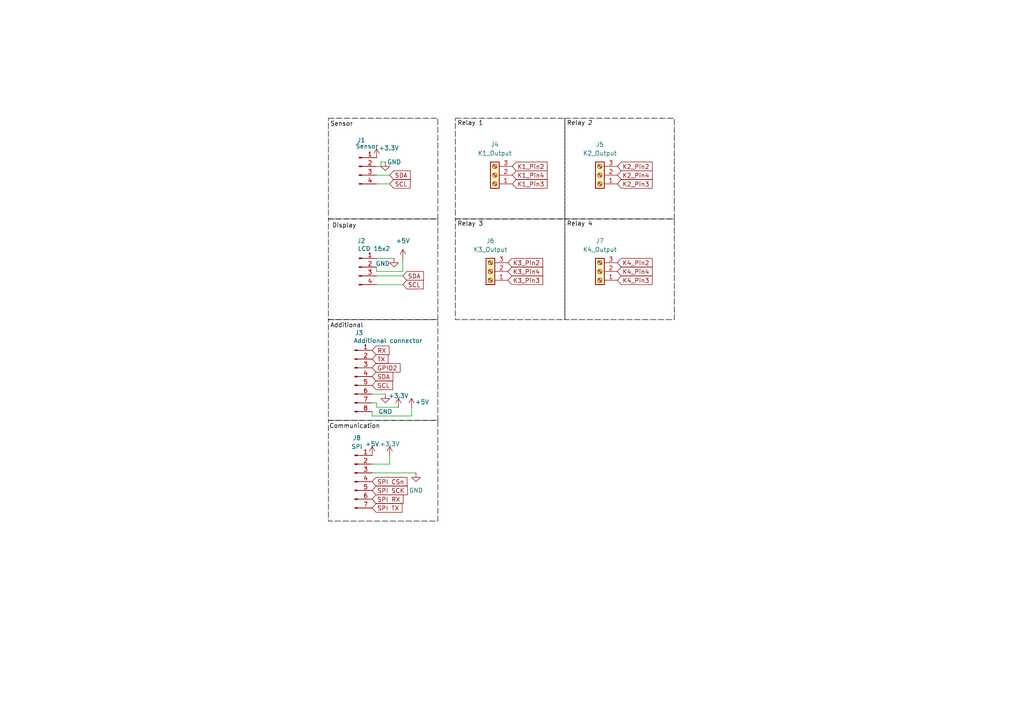
<source format=kicad_sch>
(kicad_sch (version 20250114) (generator "eeschema") (generator_version "9.0")
  (paper "A4")
  (title_block (title "Raspberry Pi Pico Logger - Connectors") (date "2025-06-21") (rev "2.0") (company "Creator: Piotr Kłyś"))
  (lib_symbols
    (symbol "Connector:Conn_01x04_Pin" (pin_names (offset 1.016) (hide yes))
      (property "Reference" "J" (at 0 5.08 0))
      (property "Value" "Conn_01x04_Pin" (at 0 -7.62 0))
      (symbol "Conn_01x04_Pin_1_1"
        (rectangle (start 0.8636 2.667) (end 0 2.413) (stroke (width 0.1524)) (fill (type outline)))
        (rectangle (start 0.8636 0.127) (end 0 -0.127) (stroke (width 0.1524)) (fill (type outline)))
        (rectangle (start 0.8636 -2.413) (end 0 -2.667) (stroke (width 0.1524)) (fill (type outline)))
        (rectangle (start 0.8636 -4.953) (end 0 -5.207) (stroke (width 0.1524)) (fill (type outline)))
        (polyline (pts (xy 1.27 2.54) (xy 0.8636 2.54)) (stroke (width 0.1524)))
        (polyline (pts (xy 1.27 0) (xy 0.8636 0)) (stroke (width 0.1524)))
        (polyline (pts (xy 1.27 -2.54) (xy 0.8636 -2.54)) (stroke (width 0.1524)))
        (polyline (pts (xy 1.27 -5.08) (xy 0.8636 -5.08)) (stroke (width 0.1524)))
        (pin passive line (at 5.08 2.54 180) (length 3.81) (name "Pin_1") (number "1"))
        (pin passive line (at 5.08 0 180) (length 3.81) (name "Pin_2") (number "2"))
        (pin passive line (at 5.08 -2.54 180) (length 3.81) (name "Pin_3") (number "3"))
        (pin passive line (at 5.08 -5.08 180) (length 3.81) (name "Pin_4") (number "4"))
      )
    )
    (symbol "Connector:Conn_01x07_Pin" (pin_names (offset 1.016) (hide yes))
      (property "Reference" "J" (at 0 10.16 0))
      (property "Value" "Conn_01x07_Pin" (at 0 -10.16 0))
      (symbol "Conn_01x07_Pin_1_1"
        (rectangle (start 0.8636 7.747) (end 0 7.493) (stroke (width 0.1524)) (fill (type outline)))
        (rectangle (start 0.8636 5.207) (end 0 4.953) (stroke (width 0.1524)) (fill (type outline)))
        (rectangle (start 0.8636 2.667) (end 0 2.413) (stroke (width 0.1524)) (fill (type outline)))
        (rectangle (start 0.8636 0.127) (end 0 -0.127) (stroke (width 0.1524)) (fill (type outline)))
        (rectangle (start 0.8636 -2.413) (end 0 -2.667) (stroke (width 0.1524)) (fill (type outline)))
        (rectangle (start 0.8636 -4.953) (end 0 -5.207) (stroke (width 0.1524)) (fill (type outline)))
        (rectangle (start 0.8636 -7.493) (end 0 -7.747) (stroke (width 0.1524)) (fill (type outline)))
        (polyline (pts (xy 1.27 7.62) (xy 0.8636 7.62)) (stroke (width 0.1524)))
        (polyline (pts (xy 1.27 5.08) (xy 0.8636 5.08)) (stroke (width 0.1524)))
        (polyline (pts (xy 1.27 2.54) (xy 0.8636 2.54)) (stroke (width 0.1524)))
        (polyline (pts (xy 1.27 0) (xy 0.8636 0)) (stroke (width 0.1524)))
        (polyline (pts (xy 1.27 -2.54) (xy 0.8636 -2.54)) (stroke (width 0.1524)))
        (polyline (pts (xy 1.27 -5.08) (xy 0.8636 -5.08)) (stroke (width 0.1524)))
        (polyline (pts (xy 1.27 -7.62) (xy 0.8636 -7.62)) (stroke (width 0.1524)))
        (pin passive line (at 5.08 7.62 180) (length 3.81) (name "Pin_1") (number "1"))
        (pin passive line (at 5.08 5.08 180) (length 3.81) (name "Pin_2") (number "2"))
        (pin passive line (at 5.08 2.54 180) (length 3.81) (name "Pin_3") (number "3"))
        (pin passive line (at 5.08 0 180) (length 3.81) (name "Pin_4") (number "4"))
        (pin passive line (at 5.08 -2.54 180) (length 3.81) (name "Pin_5") (number "5"))
        (pin passive line (at 5.08 -5.08 180) (length 3.81) (name "Pin_6") (number "6"))
        (pin passive line (at 5.08 -7.62 180) (length 3.81) (name "Pin_7") (number "7"))
      )
    )
    (symbol "Connector:Conn_01x08_Pin" (pin_names (offset 1.016) (hide yes))
      (property "Reference" "J" (at 0 10.16 0))
      (property "Value" "Conn_01x08_Pin" (at 0 -12.7 0))
      (symbol "Conn_01x08_Pin_1_1"
        (rectangle (start 0.8636 7.747) (end 0 7.493) (stroke (width 0.1524)) (fill (type outline)))
        (rectangle (start 0.8636 5.207) (end 0 4.953) (stroke (width 0.1524)) (fill (type outline)))
        (rectangle (start 0.8636 2.667) (end 0 2.413) (stroke (width 0.1524)) (fill (type outline)))
        (rectangle (start 0.8636 0.127) (end 0 -0.127) (stroke (width 0.1524)) (fill (type outline)))
        (rectangle (start 0.8636 -2.413) (end 0 -2.667) (stroke (width 0.1524)) (fill (type outline)))
        (rectangle (start 0.8636 -4.953) (end 0 -5.207) (stroke (width 0.1524)) (fill (type outline)))
        (rectangle (start 0.8636 -7.493) (end 0 -7.747) (stroke (width 0.1524)) (fill (type outline)))
        (rectangle (start 0.8636 -10.033) (end 0 -10.287) (stroke (width 0.1524)) (fill (type outline)))
        (polyline (pts (xy 1.27 7.62) (xy 0.8636 7.62)) (stroke (width 0.1524)))
        (polyline (pts (xy 1.27 5.08) (xy 0.8636 5.08)) (stroke (width 0.1524)))
        (polyline (pts (xy 1.27 2.54) (xy 0.8636 2.54)) (stroke (width 0.1524)))
        (polyline (pts (xy 1.27 0) (xy 0.8636 0)) (stroke (width 0.1524)))
        (polyline (pts (xy 1.27 -2.54) (xy 0.8636 -2.54)) (stroke (width 0.1524)))
        (polyline (pts (xy 1.27 -5.08) (xy 0.8636 -5.08)) (stroke (width 0.1524)))
        (polyline (pts (xy 1.27 -7.62) (xy 0.8636 -7.62)) (stroke (width 0.1524)))
        (polyline (pts (xy 1.27 -10.16) (xy 0.8636 -10.16)) (stroke (width 0.1524)))
        (pin passive line (at 5.08 7.62 180) (length 3.81) (name "Pin_1") (number "1"))
        (pin passive line (at 5.08 5.08 180) (length 3.81) (name "Pin_2") (number "2"))
        (pin passive line (at 5.08 2.54 180) (length 3.81) (name "Pin_3") (number "3"))
        (pin passive line (at 5.08 0 180) (length 3.81) (name "Pin_4") (number "4"))
        (pin passive line (at 5.08 -2.54 180) (length 3.81) (name "Pin_5") (number "5"))
        (pin passive line (at 5.08 -5.08 180) (length 3.81) (name "Pin_6") (number "6"))
        (pin passive line (at 5.08 -7.62 180) (length 3.81) (name "Pin_7") (number "7"))
        (pin passive line (at 5.08 -10.16 180) (length 3.81) (name "Pin_8") (number "8"))
      )
    )
    (symbol "Connector:Screw_Terminal_01x03" (pin_names (offset 1.016) (hide yes))
      (property "Reference" "J" (at 0 5.08 0))
      (property "Value" "Screw_Terminal_01x03" (at 0 -5.08 0))
      (symbol "Screw_Terminal_01x03_1_1"
        (rectangle (start -1.27 3.81) (end 1.27 -3.81) (stroke (width 0.254)) (fill (type background)))
        (polyline (pts (xy -0.5334 2.8702) (xy 0.3302 2.032)) (stroke (width 0.1524)))
        (polyline (pts (xy -0.5334 0.3302) (xy 0.3302 -0.508)) (stroke (width 0.1524)))
        (polyline (pts (xy -0.5334 -2.2098) (xy 0.3302 -3.048)) (stroke (width 0.1524)))
        (polyline (pts (xy -0.3556 3.048) (xy 0.508 2.2098)) (stroke (width 0.1524)))
        (polyline (pts (xy -0.3556 0.508) (xy 0.508 -0.3302)) (stroke (width 0.1524)))
        (polyline (pts (xy -0.3556 -2.032) (xy 0.508 -2.8702)) (stroke (width 0.1524)))
        (circle (center 0 2.54) (radius 0.635) (stroke (width 0.1524)))
        (circle (center 0 0) (radius 0.635) (stroke (width 0.1524)))
        (circle (center 0 -2.54) (radius 0.635) (stroke (width 0.1524)))
        (pin passive line (at -5.08 2.54 0) (length 3.81) (name "Pin_1") (number "1"))
        (pin passive line (at -5.08 0 0) (length 3.81) (name "Pin_2") (number "2"))
        (pin passive line (at -5.08 -2.54 0) (length 3.81) (name "Pin_3") (number "3"))
      )
    )
    (symbol "power:+3.3V" (power) (pin_numbers (hide yes)) (pin_names (offset 0) (hide yes))
      (property "Value" "+3.3V" (at 0 3.556 0))
      (symbol "+3.3V_0_1"
        (polyline (pts (xy -0.762 1.27) (xy 0 2.54)))
        (polyline (pts (xy 0 2.54) (xy 0.762 1.27)))
        (polyline (pts (xy 0 0) (xy 0 2.54)))
      )
      (symbol "+3.3V_1_1"
        (pin power_in line (at 0 0 90) (length 0) (name "~") (number "1"))
      )
    )
    (symbol "power:+5V" (power) (pin_numbers (hide yes)) (pin_names (offset 0) (hide yes))
      (property "Value" "+5V" (at 0 3.556 0))
      (symbol "+5V_0_1"
        (polyline (pts (xy -0.762 1.27) (xy 0 2.54)))
        (polyline (pts (xy 0 2.54) (xy 0.762 1.27)))
        (polyline (pts (xy 0 0) (xy 0 2.54)))
      )
      (symbol "+5V_1_1"
        (pin power_in line (at 0 0 90) (length 0) (name "~") (number "1"))
      )
    )
    (symbol "power:GND" (power) (pin_numbers (hide yes)) (pin_names (offset 0) (hide yes))
      (property "Value" "GND" (at 0 -3.81 0))
      (symbol "GND_0_1"
        (polyline (pts (xy 0 0) (xy 0 -1.27) (xy 1.27 -1.27) (xy 0 -2.54) (xy -1.27 -1.27) (xy 0 -1.27)))
      )
      (symbol "GND_1_1"
        (pin power_in line (at 0 0 270) (length 0) (name "~") (number "1"))
      )
    )
  )
  (rectangle (start 95.25 92.71) (end 127 121.92) (stroke (width 0) (type dash) (color 0 0 0 1)))
  (rectangle (start 132.08 63.5) (end 163.83 92.71) (stroke (width 0) (type dash) (color 0 0 0 1)))
  (rectangle (start 95.25 63.5) (end 127 92.71) (stroke (width 0) (type dash) (color 0 0 0 1)))
  (rectangle (start 163.83 63.5) (end 195.58 92.71) (stroke (width 0) (type dash) (color 0 0 0 1)))
  (rectangle (start 163.83 34.29) (end 195.58 63.5) (stroke (width 0) (type dash) (color 0 0 0 1)))
  (rectangle (start 132.08 34.29) (end 163.83 63.5) (stroke (width 0) (type dash) (color 0 0 0 1)))
  (rectangle (start 95.25 121.92) (end 127 151.13) (stroke (width 0) (type dash) (color 0 0 0 1)))
  (rectangle (start 95.25 34.29) (end 127 63.5) (stroke (width 0) (type dash) (color 0 0 0 1)))
  (text "Sensor " (at 99.568 36.068 0) (effects (font (size 1.27 1.27))))
  (text "Relay 2" (at 168.148 35.814 0) (effects (font (size 1.27 1.27))))
  (text "Relay 1" (at 136.398 35.814 0) (effects (font (size 1.27 1.27))))
  (text "Relay 3" (at 136.398 65.024 0) (effects (font (size 1.27 1.27))))
  (text "Communication" (at 102.87 123.698 0) (effects (font (size 1.27 1.27))))
  (text "Relay 4" (at 168.148 65.024 0) (effects (font (size 1.27 1.27))))
  (text "Additional" (at 100.584 94.488 0) (effects (font (size 1.27 1.27))))
  (text "Display" (at 99.822 65.532 0) (effects (font (size 1.27 1.27))))
  (wire (pts (xy 109.22 118.11) (xy 109.22 116.84)))
  (wire (pts (xy 109.22 78.74) (xy 109.22 77.47)))
  (wire (pts (xy 119.38 120.65) (xy 107.95 120.65)))
  (wire (pts (xy 107.95 114.3) (xy 111.76 114.3)))
  (wire (pts (xy 109.22 74.93) (xy 114.3 74.93)))
  (wire (pts (xy 109.22 80.01) (xy 116.84 80.01)))
  (wire (pts (xy 115.57 118.11) (xy 109.22 118.11)))
  (wire (pts (xy 109.22 78.74) (xy 116.84 78.74)))
  (wire (pts (xy 110.49 48.26) (xy 109.22 48.26)))
  (wire (pts (xy 113.03 132.08) (xy 113.03 134.62)))
  (wire (pts (xy 110.49 46.99) (xy 111.76 46.99)))
  (wire (pts (xy 109.22 50.8) (xy 113.03 50.8)))
  (wire (pts (xy 107.95 116.84) (xy 109.22 116.84)))
  (wire (pts (xy 110.49 46.99) (xy 110.49 48.26)))
  (wire (pts (xy 119.38 118.11) (xy 119.38 120.65)))
  (wire (pts (xy 107.95 134.62) (xy 113.03 134.62)))
  (wire (pts (xy 107.95 137.16) (xy 120.65 137.16)))
  (wire (pts (xy 107.95 120.65) (xy 107.95 119.38)))
  (wire (pts (xy 109.22 53.34) (xy 113.03 53.34)))
  (wire (pts (xy 109.22 82.55) (xy 116.84 82.55)))
  (wire (pts (xy 116.84 74.93) (xy 116.84 78.74)))
  (global_label "SDA" (shape input) (at 107.95 109.22 0) (property "Intersheetrefs" "${INTERSHEET_REFS}" (effects (hide yes))))
  (global_label "TX" (shape input) (at 107.95 104.14 0) (property "Intersheetrefs" "${INTERSHEET_REFS}" (effects (hide yes))))
  (global_label "K4_Pin4" (shape input) (at 179.07 78.74 0) (property "Intersheetrefs" "${INTERSHEET_REFS}" (effects (hide yes))))
  (global_label "K2_Pin4" (shape input) (at 179.07 50.8 0) (property "Intersheetrefs" "${INTERSHEET_REFS}" (effects (hide yes))))
  (global_label "K3_Pin3" (shape input) (at 147.32 81.28 0) (property "Intersheetrefs" "${INTERSHEET_REFS}" (effects (hide yes))))
  (global_label "SDA" (shape input) (at 116.84 80.01 0) (property "Intersheetrefs" "${INTERSHEET_REFS}" (effects (hide yes))))
  (global_label "K2_Pin2" (shape input) (at 179.07 48.26 0) (property "Intersheetrefs" "${INTERSHEET_REFS}" (effects (hide yes))))
  (global_label "SCL" (shape input) (at 113.03 53.34 0) (property "Intersheetrefs" "${INTERSHEET_REFS}" (effects (hide yes))))
  (global_label "SDA" (shape input) (at 113.03 50.8 0) (property "Intersheetrefs" "${INTERSHEET_REFS}" (effects (hide yes))))
  (global_label "K3_Pin4" (shape input) (at 147.32 78.74 0) (property "Intersheetrefs" "${INTERSHEET_REFS}" (effects (hide yes))))
  (global_label "SPI TX" (shape input) (at 107.95 147.32 0) (property "Intersheetrefs" "${INTERSHEET_REFS}" (effects (hide yes))))
  (global_label "RX" (shape input) (at 107.95 101.6 0) (property "Intersheetrefs" "${INTERSHEET_REFS}" (effects (hide yes))))
  (global_label "K1_Pin2" (shape input) (at 148.59 48.26 0) (property "Intersheetrefs" "${INTERSHEET_REFS}" (effects (hide yes))))
  (global_label "K3_Pin2" (shape input) (at 147.32 76.2 0) (property "Intersheetrefs" "${INTERSHEET_REFS}" (effects (hide yes))))
  (global_label "K4_Pin2" (shape input) (at 179.07 76.2 0) (property "Intersheetrefs" "${INTERSHEET_REFS}" (effects (hide yes))))
  (global_label "SPI SCK" (shape input) (at 107.95 142.24 0) (property "Intersheetrefs" "${INTERSHEET_REFS}" (effects (hide yes))))
  (global_label "K1_Pin4" (shape input) (at 148.59 50.8 0) (property "Intersheetrefs" "${INTERSHEET_REFS}" (effects (hide yes))))
  (global_label "K4_Pin3" (shape input) (at 179.07 81.28 0) (property "Intersheetrefs" "${INTERSHEET_REFS}" (effects (hide yes))))
  (global_label "SPI CSn" (shape input) (at 107.95 139.7 0) (property "Intersheetrefs" "${INTERSHEET_REFS}" (effects (hide yes))))
  (global_label "K1_Pin3" (shape input) (at 148.59 53.34 0) (property "Intersheetrefs" "${INTERSHEET_REFS}" (effects (hide yes))))
  (global_label "SCL" (shape input) (at 116.84 82.55 0) (property "Intersheetrefs" "${INTERSHEET_REFS}" (effects (hide yes))))
  (global_label "SCL" (shape input) (at 107.95 111.76 0) (property "Intersheetrefs" "${INTERSHEET_REFS}" (effects (hide yes))))
  (global_label "GPIO2" (shape input) (at 107.95 106.68 0) (property "Intersheetrefs" "${INTERSHEET_REFS}" (effects (hide yes))))
  (global_label "SPI RX" (shape input) (at 107.95 144.78 0) (property "Intersheetrefs" "${INTERSHEET_REFS}" (effects (hide yes))))
  (global_label "K2_Pin3" (shape input) (at 179.07 53.34 0) (property "Intersheetrefs" "${INTERSHEET_REFS}" (effects (hide yes))))
  (symbol (lib_id "Connector:Conn_01x08_Pin") (at 102.87 109.22 0) (unit 1)
    (property "Reference" "J3" (at 104.14 96.52 0))
    (property "Value" "Additional connector" (at 112.522 98.806 0))
    (property "Footprint" "Connector_PinHeader_2.54mm:PinHeader_1x08_P2.54mm_Horizontal" (effects (hide yes)))
    (property "Description" "Generic connector, single row, 01x08, script generated" (effects (hide yes)))
  )
  (symbol (lib_id "power:+5V") (at 119.38 118.11 0) (unit 1)
    (property "Reference" "#PWR017" (effects (hide yes)))
    (property "Value" "+5V" (at 122.428 116.586 0))
    (property "Description" "Power symbol creates a global label with name \"+5V\"" (effects (hide yes)))
  )
  (symbol (lib_id "Connector:Conn_01x04_Pin") (at 104.14 77.47 0) (unit 1)
    (property "Reference" "J2" (at 104.775 69.85 0))
    (property "Value" "LCD 16x2" (at 108.458 72.136 0))
    (property "Footprint" "Connector_PinHeader_2.54mm:PinHeader_1x04_P2.54mm_Vertical" (effects (hide yes)))
    (property "Description" "Generic connector, single row, 01x04, script generated" (effects (hide yes)))
  )
  (symbol (lib_id "power:GND") (at 120.65 137.16 0) (unit 1)
    (property "Reference" "#PWR047" (effects (hide yes)))
    (property "Value" "GND" (at 120.65 142.24 0))
    (property "Description" "Power symbol creates a global label with name \"GND\" , ground" (effects (hide yes)))
  )
  (symbol (lib_id "power:GND") (at 111.76 114.3 0) (unit 1)
    (property "Reference" "#PWR012" (effects (hide yes)))
    (property "Value" "GND" (at 111.76 119.38 0))
    (property "Description" "Power symbol creates a global label with name \"GND\" , ground" (effects (hide yes)))
  )
  (symbol (lib_id "Connector:Screw_Terminal_01x03") (at 173.99 78.74 180) (unit 1)
    (property "Reference" "J7" (at 173.99 69.85 0))
    (property "Value" "K4_Output" (at 173.99 72.39 0))
    (property "Footprint" "TerminalBlock_Phoenix:TerminalBlock_Phoenix_MKDS-1,5-3_1x03_P5.00mm_Horizontal" (effects (hide yes)))
    (property "Description" "Generic screw terminal, single row, 01x03, script generated (kicad-library-utils/schlib/autogen/connector/)" (effects (hide yes)))
  )
  (symbol (lib_id "power:+3.3V") (at 115.57 118.11 0) (unit 1)
    (property "Reference" "#PWR018" (effects (hide yes)))
    (property "Value" "+3.3V" (at 115.57 114.808 0))
    (property "Description" "Power symbol creates a global label with name \"+3.3V\"" (effects (hide yes)))
  )
  (symbol (lib_id "power:GND") (at 111.76 46.99 0) (unit 1)
    (property "Reference" "#PWR014" (effects (hide yes)))
    (property "Value" "GND" (at 114.3 46.99 0))
    (property "Description" "Power symbol creates a global label with name \"GND\" , ground" (effects (hide yes)))
  )
  (symbol (lib_id "Connector:Conn_01x04_Pin") (at 104.14 48.26 0) (unit 1)
    (property "Reference" "J1" (at 104.775 40.64 0))
    (property "Value" "Sensor" (at 106.426 42.418 0))
    (property "Footprint" "Connector_PinHeader_2.54mm:PinHeader_1x04_P2.54mm_Vertical" (effects (hide yes)))
    (property "Description" "Generic connector, single row, 01x04, script generated" (effects (hide yes)))
  )
  (symbol (lib_id "Connector:Screw_Terminal_01x03") (at 142.24 78.74 180) (unit 1)
    (property "Reference" "J6" (at 142.24 69.85 0))
    (property "Value" "K3_Output" (at 142.24 72.39 0))
    (property "Footprint" "TerminalBlock_Phoenix:TerminalBlock_Phoenix_MKDS-1,5-3_1x03_P5.00mm_Horizontal" (effects (hide yes)))
    (property "Description" "Generic screw terminal, single row, 01x03, script generated (kicad-library-utils/schlib/autogen/connector/)" (effects (hide yes)))
  )
  (symbol (lib_id "Connector:Conn_01x07_Pin") (at 102.87 139.7 0) (unit 1)
    (property "Reference" "J8" (at 103.505 127 0))
    (property "Value" "SPI" (at 103.505 129.54 0))
    (property "Footprint" "Connector_PinHeader_2.54mm:PinHeader_1x07_P2.54mm_Horizontal" (effects (hide yes)))
    (property "Description" "Generic connector, single row, 01x07, script generated" (effects (hide yes)))
  )
  (symbol (lib_id "Connector:Screw_Terminal_01x03") (at 143.51 50.8 180) (unit 1)
    (property "Reference" "J4" (at 143.51 41.91 0))
    (property "Value" "K1_Output" (at 143.51 44.45 0))
    (property "Footprint" "TerminalBlock_Phoenix:TerminalBlock_Phoenix_MKDS-1,5-3_1x03_P5.00mm_Horizontal" (effects (hide yes)))
    (property "Description" "Generic screw terminal, single row, 01x03, script generated (kicad-library-utils/schlib/autogen/connector/)" (effects (hide yes)))
  )
  (symbol (lib_id "power:+3.3V") (at 109.22 45.72 0) (unit 1)
    (property "Reference" "#PWR020" (effects (hide yes)))
    (property "Value" "+3.3V" (at 112.776 42.926 0))
    (property "Description" "Power symbol creates a global label with name \"+3.3V\"" (effects (hide yes)))
  )
  (symbol (lib_id "Connector:Screw_Terminal_01x03") (at 173.99 50.8 180) (unit 1)
    (property "Reference" "J5" (at 173.99 41.91 0))
    (property "Value" "K2_Output" (at 173.99 44.45 0))
    (property "Footprint" "TerminalBlock_Phoenix:TerminalBlock_Phoenix_MKDS-1,5-3_1x03_P5.00mm_Horizontal" (effects (hide yes)))
    (property "Description" "Generic screw terminal, single row, 01x03, script generated (kicad-library-utils/schlib/autogen/connector/)" (effects (hide yes)))
  )
  (symbol (lib_id "power:+5V") (at 107.95 132.08 0) (unit 1)
    (property "Reference" "#PWR045" (effects (hide yes)))
    (property "Value" "+5V" (at 107.95 128.778 0))
    (property "Description" "Power symbol creates a global label with name \"+5V\"" (effects (hide yes)))
  )
  (symbol (lib_id "power:GND") (at 114.3 74.93 0) (unit 1)
    (property "Reference" "#PWR013" (effects (hide yes)))
    (property "Value" "GND" (at 110.998 76.454 0))
    (property "Description" "Power symbol creates a global label with name \"GND\" , ground" (effects (hide yes)))
  )
  (symbol (lib_id "power:+3.3V") (at 113.03 132.08 0) (unit 1)
    (property "Reference" "#PWR046" (effects (hide yes)))
    (property "Value" "+3.3V" (at 113.03 128.778 0))
    (property "Description" "Power symbol creates a global label with name \"+3.3V\"" (effects (hide yes)))
  )
  (symbol (lib_id "power:+5V") (at 116.84 74.93 0) (unit 1)
    (property "Reference" "#PWR019" (effects (hide yes)))
    (property "Value" "+5V" (at 116.84 69.85 0))
    (property "Description" "Power symbol creates a global label with name \"+5V\"" (effects (hide yes)))
  )
)
</source>
